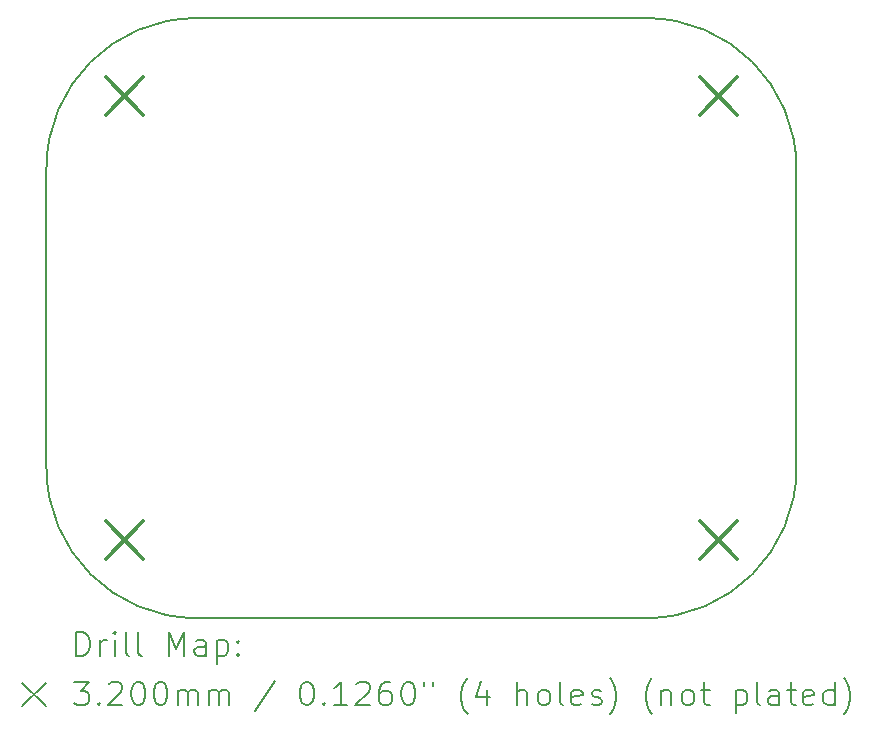
<source format=gbr>
%TF.GenerationSoftware,KiCad,Pcbnew,7.0.8*%
%TF.CreationDate,2023-10-19T16:09:35-04:00*%
%TF.ProjectId,CAN-Board-V1,43414e2d-426f-4617-9264-2d56312e6b69,rev?*%
%TF.SameCoordinates,Original*%
%TF.FileFunction,Drillmap*%
%TF.FilePolarity,Positive*%
%FSLAX45Y45*%
G04 Gerber Fmt 4.5, Leading zero omitted, Abs format (unit mm)*
G04 Created by KiCad (PCBNEW 7.0.8) date 2023-10-19 16:09:35*
%MOMM*%
%LPD*%
G01*
G04 APERTURE LIST*
%ADD10C,0.150000*%
%ADD11C,0.200000*%
%ADD12C,0.320000*%
G04 APERTURE END LIST*
D10*
X8890000Y-3810000D02*
X12700000Y-3810000D01*
X13970000Y-5080000D02*
X13970000Y-7620000D01*
X12700000Y-8890000D02*
X8890000Y-8890000D01*
X7620000Y-7620000D02*
X7620000Y-5080000D01*
X12700000Y-8890000D02*
G75*
G03*
X13970000Y-7620000I0J1270000D01*
G01*
X8890000Y-3810000D02*
G75*
G03*
X7620000Y-5080000I0J-1270000D01*
G01*
X13970000Y-5080000D02*
G75*
G03*
X12700000Y-3810000I-1270000J0D01*
G01*
X7620000Y-7620000D02*
G75*
G03*
X8890000Y-8890000I1270000J0D01*
G01*
D11*
D12*
X8120400Y-4310400D02*
X8440400Y-4630400D01*
X8440400Y-4310400D02*
X8120400Y-4630400D01*
X8120400Y-8069600D02*
X8440400Y-8389600D01*
X8440400Y-8069600D02*
X8120400Y-8389600D01*
X13149600Y-4310400D02*
X13469600Y-4630400D01*
X13469600Y-4310400D02*
X13149600Y-4630400D01*
X13149600Y-8069600D02*
X13469600Y-8389600D01*
X13469600Y-8069600D02*
X13149600Y-8389600D01*
D11*
X7873277Y-9208984D02*
X7873277Y-9008984D01*
X7873277Y-9008984D02*
X7920896Y-9008984D01*
X7920896Y-9008984D02*
X7949467Y-9018508D01*
X7949467Y-9018508D02*
X7968515Y-9037555D01*
X7968515Y-9037555D02*
X7978039Y-9056603D01*
X7978039Y-9056603D02*
X7987562Y-9094698D01*
X7987562Y-9094698D02*
X7987562Y-9123270D01*
X7987562Y-9123270D02*
X7978039Y-9161365D01*
X7978039Y-9161365D02*
X7968515Y-9180412D01*
X7968515Y-9180412D02*
X7949467Y-9199460D01*
X7949467Y-9199460D02*
X7920896Y-9208984D01*
X7920896Y-9208984D02*
X7873277Y-9208984D01*
X8073277Y-9208984D02*
X8073277Y-9075650D01*
X8073277Y-9113746D02*
X8082801Y-9094698D01*
X8082801Y-9094698D02*
X8092324Y-9085174D01*
X8092324Y-9085174D02*
X8111372Y-9075650D01*
X8111372Y-9075650D02*
X8130420Y-9075650D01*
X8197086Y-9208984D02*
X8197086Y-9075650D01*
X8197086Y-9008984D02*
X8187562Y-9018508D01*
X8187562Y-9018508D02*
X8197086Y-9028031D01*
X8197086Y-9028031D02*
X8206610Y-9018508D01*
X8206610Y-9018508D02*
X8197086Y-9008984D01*
X8197086Y-9008984D02*
X8197086Y-9028031D01*
X8320896Y-9208984D02*
X8301848Y-9199460D01*
X8301848Y-9199460D02*
X8292324Y-9180412D01*
X8292324Y-9180412D02*
X8292324Y-9008984D01*
X8425658Y-9208984D02*
X8406610Y-9199460D01*
X8406610Y-9199460D02*
X8397086Y-9180412D01*
X8397086Y-9180412D02*
X8397086Y-9008984D01*
X8654229Y-9208984D02*
X8654229Y-9008984D01*
X8654229Y-9008984D02*
X8720896Y-9151841D01*
X8720896Y-9151841D02*
X8787563Y-9008984D01*
X8787563Y-9008984D02*
X8787563Y-9208984D01*
X8968515Y-9208984D02*
X8968515Y-9104222D01*
X8968515Y-9104222D02*
X8958991Y-9085174D01*
X8958991Y-9085174D02*
X8939944Y-9075650D01*
X8939944Y-9075650D02*
X8901848Y-9075650D01*
X8901848Y-9075650D02*
X8882801Y-9085174D01*
X8968515Y-9199460D02*
X8949467Y-9208984D01*
X8949467Y-9208984D02*
X8901848Y-9208984D01*
X8901848Y-9208984D02*
X8882801Y-9199460D01*
X8882801Y-9199460D02*
X8873277Y-9180412D01*
X8873277Y-9180412D02*
X8873277Y-9161365D01*
X8873277Y-9161365D02*
X8882801Y-9142317D01*
X8882801Y-9142317D02*
X8901848Y-9132793D01*
X8901848Y-9132793D02*
X8949467Y-9132793D01*
X8949467Y-9132793D02*
X8968515Y-9123270D01*
X9063753Y-9075650D02*
X9063753Y-9275650D01*
X9063753Y-9085174D02*
X9082801Y-9075650D01*
X9082801Y-9075650D02*
X9120896Y-9075650D01*
X9120896Y-9075650D02*
X9139944Y-9085174D01*
X9139944Y-9085174D02*
X9149467Y-9094698D01*
X9149467Y-9094698D02*
X9158991Y-9113746D01*
X9158991Y-9113746D02*
X9158991Y-9170889D01*
X9158991Y-9170889D02*
X9149467Y-9189936D01*
X9149467Y-9189936D02*
X9139944Y-9199460D01*
X9139944Y-9199460D02*
X9120896Y-9208984D01*
X9120896Y-9208984D02*
X9082801Y-9208984D01*
X9082801Y-9208984D02*
X9063753Y-9199460D01*
X9244705Y-9189936D02*
X9254229Y-9199460D01*
X9254229Y-9199460D02*
X9244705Y-9208984D01*
X9244705Y-9208984D02*
X9235182Y-9199460D01*
X9235182Y-9199460D02*
X9244705Y-9189936D01*
X9244705Y-9189936D02*
X9244705Y-9208984D01*
X9244705Y-9085174D02*
X9254229Y-9094698D01*
X9254229Y-9094698D02*
X9244705Y-9104222D01*
X9244705Y-9104222D02*
X9235182Y-9094698D01*
X9235182Y-9094698D02*
X9244705Y-9085174D01*
X9244705Y-9085174D02*
X9244705Y-9104222D01*
X7412500Y-9437500D02*
X7612500Y-9637500D01*
X7612500Y-9437500D02*
X7412500Y-9637500D01*
X7854229Y-9428984D02*
X7978039Y-9428984D01*
X7978039Y-9428984D02*
X7911372Y-9505174D01*
X7911372Y-9505174D02*
X7939943Y-9505174D01*
X7939943Y-9505174D02*
X7958991Y-9514698D01*
X7958991Y-9514698D02*
X7968515Y-9524222D01*
X7968515Y-9524222D02*
X7978039Y-9543270D01*
X7978039Y-9543270D02*
X7978039Y-9590889D01*
X7978039Y-9590889D02*
X7968515Y-9609936D01*
X7968515Y-9609936D02*
X7958991Y-9619460D01*
X7958991Y-9619460D02*
X7939943Y-9628984D01*
X7939943Y-9628984D02*
X7882801Y-9628984D01*
X7882801Y-9628984D02*
X7863753Y-9619460D01*
X7863753Y-9619460D02*
X7854229Y-9609936D01*
X8063753Y-9609936D02*
X8073277Y-9619460D01*
X8073277Y-9619460D02*
X8063753Y-9628984D01*
X8063753Y-9628984D02*
X8054229Y-9619460D01*
X8054229Y-9619460D02*
X8063753Y-9609936D01*
X8063753Y-9609936D02*
X8063753Y-9628984D01*
X8149467Y-9448031D02*
X8158991Y-9438508D01*
X8158991Y-9438508D02*
X8178039Y-9428984D01*
X8178039Y-9428984D02*
X8225658Y-9428984D01*
X8225658Y-9428984D02*
X8244705Y-9438508D01*
X8244705Y-9438508D02*
X8254229Y-9448031D01*
X8254229Y-9448031D02*
X8263753Y-9467079D01*
X8263753Y-9467079D02*
X8263753Y-9486127D01*
X8263753Y-9486127D02*
X8254229Y-9514698D01*
X8254229Y-9514698D02*
X8139943Y-9628984D01*
X8139943Y-9628984D02*
X8263753Y-9628984D01*
X8387562Y-9428984D02*
X8406610Y-9428984D01*
X8406610Y-9428984D02*
X8425658Y-9438508D01*
X8425658Y-9438508D02*
X8435182Y-9448031D01*
X8435182Y-9448031D02*
X8444705Y-9467079D01*
X8444705Y-9467079D02*
X8454229Y-9505174D01*
X8454229Y-9505174D02*
X8454229Y-9552793D01*
X8454229Y-9552793D02*
X8444705Y-9590889D01*
X8444705Y-9590889D02*
X8435182Y-9609936D01*
X8435182Y-9609936D02*
X8425658Y-9619460D01*
X8425658Y-9619460D02*
X8406610Y-9628984D01*
X8406610Y-9628984D02*
X8387562Y-9628984D01*
X8387562Y-9628984D02*
X8368515Y-9619460D01*
X8368515Y-9619460D02*
X8358991Y-9609936D01*
X8358991Y-9609936D02*
X8349467Y-9590889D01*
X8349467Y-9590889D02*
X8339943Y-9552793D01*
X8339943Y-9552793D02*
X8339943Y-9505174D01*
X8339943Y-9505174D02*
X8349467Y-9467079D01*
X8349467Y-9467079D02*
X8358991Y-9448031D01*
X8358991Y-9448031D02*
X8368515Y-9438508D01*
X8368515Y-9438508D02*
X8387562Y-9428984D01*
X8578039Y-9428984D02*
X8597086Y-9428984D01*
X8597086Y-9428984D02*
X8616134Y-9438508D01*
X8616134Y-9438508D02*
X8625658Y-9448031D01*
X8625658Y-9448031D02*
X8635182Y-9467079D01*
X8635182Y-9467079D02*
X8644705Y-9505174D01*
X8644705Y-9505174D02*
X8644705Y-9552793D01*
X8644705Y-9552793D02*
X8635182Y-9590889D01*
X8635182Y-9590889D02*
X8625658Y-9609936D01*
X8625658Y-9609936D02*
X8616134Y-9619460D01*
X8616134Y-9619460D02*
X8597086Y-9628984D01*
X8597086Y-9628984D02*
X8578039Y-9628984D01*
X8578039Y-9628984D02*
X8558991Y-9619460D01*
X8558991Y-9619460D02*
X8549467Y-9609936D01*
X8549467Y-9609936D02*
X8539944Y-9590889D01*
X8539944Y-9590889D02*
X8530420Y-9552793D01*
X8530420Y-9552793D02*
X8530420Y-9505174D01*
X8530420Y-9505174D02*
X8539944Y-9467079D01*
X8539944Y-9467079D02*
X8549467Y-9448031D01*
X8549467Y-9448031D02*
X8558991Y-9438508D01*
X8558991Y-9438508D02*
X8578039Y-9428984D01*
X8730420Y-9628984D02*
X8730420Y-9495650D01*
X8730420Y-9514698D02*
X8739944Y-9505174D01*
X8739944Y-9505174D02*
X8758991Y-9495650D01*
X8758991Y-9495650D02*
X8787563Y-9495650D01*
X8787563Y-9495650D02*
X8806610Y-9505174D01*
X8806610Y-9505174D02*
X8816134Y-9524222D01*
X8816134Y-9524222D02*
X8816134Y-9628984D01*
X8816134Y-9524222D02*
X8825658Y-9505174D01*
X8825658Y-9505174D02*
X8844705Y-9495650D01*
X8844705Y-9495650D02*
X8873277Y-9495650D01*
X8873277Y-9495650D02*
X8892325Y-9505174D01*
X8892325Y-9505174D02*
X8901848Y-9524222D01*
X8901848Y-9524222D02*
X8901848Y-9628984D01*
X8997086Y-9628984D02*
X8997086Y-9495650D01*
X8997086Y-9514698D02*
X9006610Y-9505174D01*
X9006610Y-9505174D02*
X9025658Y-9495650D01*
X9025658Y-9495650D02*
X9054229Y-9495650D01*
X9054229Y-9495650D02*
X9073277Y-9505174D01*
X9073277Y-9505174D02*
X9082801Y-9524222D01*
X9082801Y-9524222D02*
X9082801Y-9628984D01*
X9082801Y-9524222D02*
X9092325Y-9505174D01*
X9092325Y-9505174D02*
X9111372Y-9495650D01*
X9111372Y-9495650D02*
X9139944Y-9495650D01*
X9139944Y-9495650D02*
X9158991Y-9505174D01*
X9158991Y-9505174D02*
X9168515Y-9524222D01*
X9168515Y-9524222D02*
X9168515Y-9628984D01*
X9558991Y-9419460D02*
X9387563Y-9676603D01*
X9816134Y-9428984D02*
X9835182Y-9428984D01*
X9835182Y-9428984D02*
X9854229Y-9438508D01*
X9854229Y-9438508D02*
X9863753Y-9448031D01*
X9863753Y-9448031D02*
X9873277Y-9467079D01*
X9873277Y-9467079D02*
X9882801Y-9505174D01*
X9882801Y-9505174D02*
X9882801Y-9552793D01*
X9882801Y-9552793D02*
X9873277Y-9590889D01*
X9873277Y-9590889D02*
X9863753Y-9609936D01*
X9863753Y-9609936D02*
X9854229Y-9619460D01*
X9854229Y-9619460D02*
X9835182Y-9628984D01*
X9835182Y-9628984D02*
X9816134Y-9628984D01*
X9816134Y-9628984D02*
X9797087Y-9619460D01*
X9797087Y-9619460D02*
X9787563Y-9609936D01*
X9787563Y-9609936D02*
X9778039Y-9590889D01*
X9778039Y-9590889D02*
X9768515Y-9552793D01*
X9768515Y-9552793D02*
X9768515Y-9505174D01*
X9768515Y-9505174D02*
X9778039Y-9467079D01*
X9778039Y-9467079D02*
X9787563Y-9448031D01*
X9787563Y-9448031D02*
X9797087Y-9438508D01*
X9797087Y-9438508D02*
X9816134Y-9428984D01*
X9968515Y-9609936D02*
X9978039Y-9619460D01*
X9978039Y-9619460D02*
X9968515Y-9628984D01*
X9968515Y-9628984D02*
X9958991Y-9619460D01*
X9958991Y-9619460D02*
X9968515Y-9609936D01*
X9968515Y-9609936D02*
X9968515Y-9628984D01*
X10168515Y-9628984D02*
X10054229Y-9628984D01*
X10111372Y-9628984D02*
X10111372Y-9428984D01*
X10111372Y-9428984D02*
X10092325Y-9457555D01*
X10092325Y-9457555D02*
X10073277Y-9476603D01*
X10073277Y-9476603D02*
X10054229Y-9486127D01*
X10244706Y-9448031D02*
X10254229Y-9438508D01*
X10254229Y-9438508D02*
X10273277Y-9428984D01*
X10273277Y-9428984D02*
X10320896Y-9428984D01*
X10320896Y-9428984D02*
X10339944Y-9438508D01*
X10339944Y-9438508D02*
X10349468Y-9448031D01*
X10349468Y-9448031D02*
X10358991Y-9467079D01*
X10358991Y-9467079D02*
X10358991Y-9486127D01*
X10358991Y-9486127D02*
X10349468Y-9514698D01*
X10349468Y-9514698D02*
X10235182Y-9628984D01*
X10235182Y-9628984D02*
X10358991Y-9628984D01*
X10530420Y-9428984D02*
X10492325Y-9428984D01*
X10492325Y-9428984D02*
X10473277Y-9438508D01*
X10473277Y-9438508D02*
X10463753Y-9448031D01*
X10463753Y-9448031D02*
X10444706Y-9476603D01*
X10444706Y-9476603D02*
X10435182Y-9514698D01*
X10435182Y-9514698D02*
X10435182Y-9590889D01*
X10435182Y-9590889D02*
X10444706Y-9609936D01*
X10444706Y-9609936D02*
X10454229Y-9619460D01*
X10454229Y-9619460D02*
X10473277Y-9628984D01*
X10473277Y-9628984D02*
X10511372Y-9628984D01*
X10511372Y-9628984D02*
X10530420Y-9619460D01*
X10530420Y-9619460D02*
X10539944Y-9609936D01*
X10539944Y-9609936D02*
X10549468Y-9590889D01*
X10549468Y-9590889D02*
X10549468Y-9543270D01*
X10549468Y-9543270D02*
X10539944Y-9524222D01*
X10539944Y-9524222D02*
X10530420Y-9514698D01*
X10530420Y-9514698D02*
X10511372Y-9505174D01*
X10511372Y-9505174D02*
X10473277Y-9505174D01*
X10473277Y-9505174D02*
X10454229Y-9514698D01*
X10454229Y-9514698D02*
X10444706Y-9524222D01*
X10444706Y-9524222D02*
X10435182Y-9543270D01*
X10673277Y-9428984D02*
X10692325Y-9428984D01*
X10692325Y-9428984D02*
X10711372Y-9438508D01*
X10711372Y-9438508D02*
X10720896Y-9448031D01*
X10720896Y-9448031D02*
X10730420Y-9467079D01*
X10730420Y-9467079D02*
X10739944Y-9505174D01*
X10739944Y-9505174D02*
X10739944Y-9552793D01*
X10739944Y-9552793D02*
X10730420Y-9590889D01*
X10730420Y-9590889D02*
X10720896Y-9609936D01*
X10720896Y-9609936D02*
X10711372Y-9619460D01*
X10711372Y-9619460D02*
X10692325Y-9628984D01*
X10692325Y-9628984D02*
X10673277Y-9628984D01*
X10673277Y-9628984D02*
X10654229Y-9619460D01*
X10654229Y-9619460D02*
X10644706Y-9609936D01*
X10644706Y-9609936D02*
X10635182Y-9590889D01*
X10635182Y-9590889D02*
X10625658Y-9552793D01*
X10625658Y-9552793D02*
X10625658Y-9505174D01*
X10625658Y-9505174D02*
X10635182Y-9467079D01*
X10635182Y-9467079D02*
X10644706Y-9448031D01*
X10644706Y-9448031D02*
X10654229Y-9438508D01*
X10654229Y-9438508D02*
X10673277Y-9428984D01*
X10816134Y-9428984D02*
X10816134Y-9467079D01*
X10892325Y-9428984D02*
X10892325Y-9467079D01*
X11187563Y-9705174D02*
X11178039Y-9695650D01*
X11178039Y-9695650D02*
X11158991Y-9667079D01*
X11158991Y-9667079D02*
X11149468Y-9648031D01*
X11149468Y-9648031D02*
X11139944Y-9619460D01*
X11139944Y-9619460D02*
X11130420Y-9571841D01*
X11130420Y-9571841D02*
X11130420Y-9533746D01*
X11130420Y-9533746D02*
X11139944Y-9486127D01*
X11139944Y-9486127D02*
X11149468Y-9457555D01*
X11149468Y-9457555D02*
X11158991Y-9438508D01*
X11158991Y-9438508D02*
X11178039Y-9409936D01*
X11178039Y-9409936D02*
X11187563Y-9400412D01*
X11349468Y-9495650D02*
X11349468Y-9628984D01*
X11301848Y-9419460D02*
X11254229Y-9562317D01*
X11254229Y-9562317D02*
X11378039Y-9562317D01*
X11606610Y-9628984D02*
X11606610Y-9428984D01*
X11692325Y-9628984D02*
X11692325Y-9524222D01*
X11692325Y-9524222D02*
X11682801Y-9505174D01*
X11682801Y-9505174D02*
X11663753Y-9495650D01*
X11663753Y-9495650D02*
X11635182Y-9495650D01*
X11635182Y-9495650D02*
X11616134Y-9505174D01*
X11616134Y-9505174D02*
X11606610Y-9514698D01*
X11816134Y-9628984D02*
X11797087Y-9619460D01*
X11797087Y-9619460D02*
X11787563Y-9609936D01*
X11787563Y-9609936D02*
X11778039Y-9590889D01*
X11778039Y-9590889D02*
X11778039Y-9533746D01*
X11778039Y-9533746D02*
X11787563Y-9514698D01*
X11787563Y-9514698D02*
X11797087Y-9505174D01*
X11797087Y-9505174D02*
X11816134Y-9495650D01*
X11816134Y-9495650D02*
X11844706Y-9495650D01*
X11844706Y-9495650D02*
X11863753Y-9505174D01*
X11863753Y-9505174D02*
X11873277Y-9514698D01*
X11873277Y-9514698D02*
X11882801Y-9533746D01*
X11882801Y-9533746D02*
X11882801Y-9590889D01*
X11882801Y-9590889D02*
X11873277Y-9609936D01*
X11873277Y-9609936D02*
X11863753Y-9619460D01*
X11863753Y-9619460D02*
X11844706Y-9628984D01*
X11844706Y-9628984D02*
X11816134Y-9628984D01*
X11997087Y-9628984D02*
X11978039Y-9619460D01*
X11978039Y-9619460D02*
X11968515Y-9600412D01*
X11968515Y-9600412D02*
X11968515Y-9428984D01*
X12149468Y-9619460D02*
X12130420Y-9628984D01*
X12130420Y-9628984D02*
X12092325Y-9628984D01*
X12092325Y-9628984D02*
X12073277Y-9619460D01*
X12073277Y-9619460D02*
X12063753Y-9600412D01*
X12063753Y-9600412D02*
X12063753Y-9524222D01*
X12063753Y-9524222D02*
X12073277Y-9505174D01*
X12073277Y-9505174D02*
X12092325Y-9495650D01*
X12092325Y-9495650D02*
X12130420Y-9495650D01*
X12130420Y-9495650D02*
X12149468Y-9505174D01*
X12149468Y-9505174D02*
X12158991Y-9524222D01*
X12158991Y-9524222D02*
X12158991Y-9543270D01*
X12158991Y-9543270D02*
X12063753Y-9562317D01*
X12235182Y-9619460D02*
X12254230Y-9628984D01*
X12254230Y-9628984D02*
X12292325Y-9628984D01*
X12292325Y-9628984D02*
X12311372Y-9619460D01*
X12311372Y-9619460D02*
X12320896Y-9600412D01*
X12320896Y-9600412D02*
X12320896Y-9590889D01*
X12320896Y-9590889D02*
X12311372Y-9571841D01*
X12311372Y-9571841D02*
X12292325Y-9562317D01*
X12292325Y-9562317D02*
X12263753Y-9562317D01*
X12263753Y-9562317D02*
X12244706Y-9552793D01*
X12244706Y-9552793D02*
X12235182Y-9533746D01*
X12235182Y-9533746D02*
X12235182Y-9524222D01*
X12235182Y-9524222D02*
X12244706Y-9505174D01*
X12244706Y-9505174D02*
X12263753Y-9495650D01*
X12263753Y-9495650D02*
X12292325Y-9495650D01*
X12292325Y-9495650D02*
X12311372Y-9505174D01*
X12387563Y-9705174D02*
X12397087Y-9695650D01*
X12397087Y-9695650D02*
X12416134Y-9667079D01*
X12416134Y-9667079D02*
X12425658Y-9648031D01*
X12425658Y-9648031D02*
X12435182Y-9619460D01*
X12435182Y-9619460D02*
X12444706Y-9571841D01*
X12444706Y-9571841D02*
X12444706Y-9533746D01*
X12444706Y-9533746D02*
X12435182Y-9486127D01*
X12435182Y-9486127D02*
X12425658Y-9457555D01*
X12425658Y-9457555D02*
X12416134Y-9438508D01*
X12416134Y-9438508D02*
X12397087Y-9409936D01*
X12397087Y-9409936D02*
X12387563Y-9400412D01*
X12749468Y-9705174D02*
X12739944Y-9695650D01*
X12739944Y-9695650D02*
X12720896Y-9667079D01*
X12720896Y-9667079D02*
X12711372Y-9648031D01*
X12711372Y-9648031D02*
X12701849Y-9619460D01*
X12701849Y-9619460D02*
X12692325Y-9571841D01*
X12692325Y-9571841D02*
X12692325Y-9533746D01*
X12692325Y-9533746D02*
X12701849Y-9486127D01*
X12701849Y-9486127D02*
X12711372Y-9457555D01*
X12711372Y-9457555D02*
X12720896Y-9438508D01*
X12720896Y-9438508D02*
X12739944Y-9409936D01*
X12739944Y-9409936D02*
X12749468Y-9400412D01*
X12825658Y-9495650D02*
X12825658Y-9628984D01*
X12825658Y-9514698D02*
X12835182Y-9505174D01*
X12835182Y-9505174D02*
X12854230Y-9495650D01*
X12854230Y-9495650D02*
X12882801Y-9495650D01*
X12882801Y-9495650D02*
X12901849Y-9505174D01*
X12901849Y-9505174D02*
X12911372Y-9524222D01*
X12911372Y-9524222D02*
X12911372Y-9628984D01*
X13035182Y-9628984D02*
X13016134Y-9619460D01*
X13016134Y-9619460D02*
X13006611Y-9609936D01*
X13006611Y-9609936D02*
X12997087Y-9590889D01*
X12997087Y-9590889D02*
X12997087Y-9533746D01*
X12997087Y-9533746D02*
X13006611Y-9514698D01*
X13006611Y-9514698D02*
X13016134Y-9505174D01*
X13016134Y-9505174D02*
X13035182Y-9495650D01*
X13035182Y-9495650D02*
X13063753Y-9495650D01*
X13063753Y-9495650D02*
X13082801Y-9505174D01*
X13082801Y-9505174D02*
X13092325Y-9514698D01*
X13092325Y-9514698D02*
X13101849Y-9533746D01*
X13101849Y-9533746D02*
X13101849Y-9590889D01*
X13101849Y-9590889D02*
X13092325Y-9609936D01*
X13092325Y-9609936D02*
X13082801Y-9619460D01*
X13082801Y-9619460D02*
X13063753Y-9628984D01*
X13063753Y-9628984D02*
X13035182Y-9628984D01*
X13158992Y-9495650D02*
X13235182Y-9495650D01*
X13187563Y-9428984D02*
X13187563Y-9600412D01*
X13187563Y-9600412D02*
X13197087Y-9619460D01*
X13197087Y-9619460D02*
X13216134Y-9628984D01*
X13216134Y-9628984D02*
X13235182Y-9628984D01*
X13454230Y-9495650D02*
X13454230Y-9695650D01*
X13454230Y-9505174D02*
X13473277Y-9495650D01*
X13473277Y-9495650D02*
X13511373Y-9495650D01*
X13511373Y-9495650D02*
X13530420Y-9505174D01*
X13530420Y-9505174D02*
X13539944Y-9514698D01*
X13539944Y-9514698D02*
X13549468Y-9533746D01*
X13549468Y-9533746D02*
X13549468Y-9590889D01*
X13549468Y-9590889D02*
X13539944Y-9609936D01*
X13539944Y-9609936D02*
X13530420Y-9619460D01*
X13530420Y-9619460D02*
X13511373Y-9628984D01*
X13511373Y-9628984D02*
X13473277Y-9628984D01*
X13473277Y-9628984D02*
X13454230Y-9619460D01*
X13663753Y-9628984D02*
X13644706Y-9619460D01*
X13644706Y-9619460D02*
X13635182Y-9600412D01*
X13635182Y-9600412D02*
X13635182Y-9428984D01*
X13825658Y-9628984D02*
X13825658Y-9524222D01*
X13825658Y-9524222D02*
X13816134Y-9505174D01*
X13816134Y-9505174D02*
X13797087Y-9495650D01*
X13797087Y-9495650D02*
X13758992Y-9495650D01*
X13758992Y-9495650D02*
X13739944Y-9505174D01*
X13825658Y-9619460D02*
X13806611Y-9628984D01*
X13806611Y-9628984D02*
X13758992Y-9628984D01*
X13758992Y-9628984D02*
X13739944Y-9619460D01*
X13739944Y-9619460D02*
X13730420Y-9600412D01*
X13730420Y-9600412D02*
X13730420Y-9581365D01*
X13730420Y-9581365D02*
X13739944Y-9562317D01*
X13739944Y-9562317D02*
X13758992Y-9552793D01*
X13758992Y-9552793D02*
X13806611Y-9552793D01*
X13806611Y-9552793D02*
X13825658Y-9543270D01*
X13892325Y-9495650D02*
X13968515Y-9495650D01*
X13920896Y-9428984D02*
X13920896Y-9600412D01*
X13920896Y-9600412D02*
X13930420Y-9619460D01*
X13930420Y-9619460D02*
X13949468Y-9628984D01*
X13949468Y-9628984D02*
X13968515Y-9628984D01*
X14111373Y-9619460D02*
X14092325Y-9628984D01*
X14092325Y-9628984D02*
X14054230Y-9628984D01*
X14054230Y-9628984D02*
X14035182Y-9619460D01*
X14035182Y-9619460D02*
X14025658Y-9600412D01*
X14025658Y-9600412D02*
X14025658Y-9524222D01*
X14025658Y-9524222D02*
X14035182Y-9505174D01*
X14035182Y-9505174D02*
X14054230Y-9495650D01*
X14054230Y-9495650D02*
X14092325Y-9495650D01*
X14092325Y-9495650D02*
X14111373Y-9505174D01*
X14111373Y-9505174D02*
X14120896Y-9524222D01*
X14120896Y-9524222D02*
X14120896Y-9543270D01*
X14120896Y-9543270D02*
X14025658Y-9562317D01*
X14292325Y-9628984D02*
X14292325Y-9428984D01*
X14292325Y-9619460D02*
X14273277Y-9628984D01*
X14273277Y-9628984D02*
X14235182Y-9628984D01*
X14235182Y-9628984D02*
X14216134Y-9619460D01*
X14216134Y-9619460D02*
X14206611Y-9609936D01*
X14206611Y-9609936D02*
X14197087Y-9590889D01*
X14197087Y-9590889D02*
X14197087Y-9533746D01*
X14197087Y-9533746D02*
X14206611Y-9514698D01*
X14206611Y-9514698D02*
X14216134Y-9505174D01*
X14216134Y-9505174D02*
X14235182Y-9495650D01*
X14235182Y-9495650D02*
X14273277Y-9495650D01*
X14273277Y-9495650D02*
X14292325Y-9505174D01*
X14368515Y-9705174D02*
X14378039Y-9695650D01*
X14378039Y-9695650D02*
X14397087Y-9667079D01*
X14397087Y-9667079D02*
X14406611Y-9648031D01*
X14406611Y-9648031D02*
X14416134Y-9619460D01*
X14416134Y-9619460D02*
X14425658Y-9571841D01*
X14425658Y-9571841D02*
X14425658Y-9533746D01*
X14425658Y-9533746D02*
X14416134Y-9486127D01*
X14416134Y-9486127D02*
X14406611Y-9457555D01*
X14406611Y-9457555D02*
X14397087Y-9438508D01*
X14397087Y-9438508D02*
X14378039Y-9409936D01*
X14378039Y-9409936D02*
X14368515Y-9400412D01*
M02*

</source>
